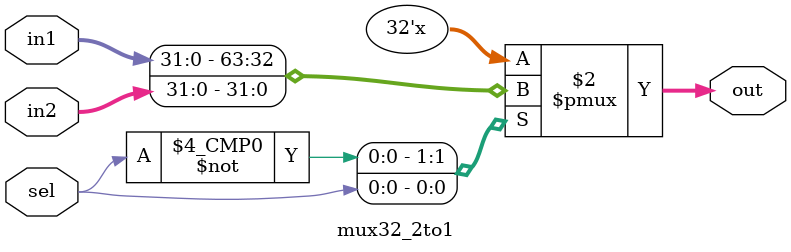
<source format=v>
module mux32_2to1(input [31:0] in1,in2,input sel,output reg [31:0] out);
	always@(sel)begin
		case(sel)
			2'b00: out = in1;
			2'b01: out = in2;
			default:
				out = 32'b0;
		endcase
	end
endmodule

</source>
